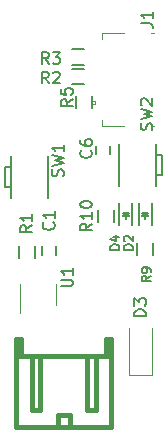
<source format=gto>
G04 #@! TF.FileFunction,Legend,Top*
%FSLAX46Y46*%
G04 Gerber Fmt 4.6, Leading zero omitted, Abs format (unit mm)*
G04 Created by KiCad (PCBNEW 4.0.7) date Wednesday, October 18, 2017 'PMt' 08:17:54 PM*
%MOMM*%
%LPD*%
G01*
G04 APERTURE LIST*
%ADD10C,0.150000*%
%ADD11C,0.120000*%
%ADD12C,0.381000*%
G04 APERTURE END LIST*
D10*
X126273000Y-98787000D02*
X126273000Y-98087000D01*
X127473000Y-98087000D02*
X127473000Y-98787000D01*
X134451000Y-94404000D02*
X134451000Y-96304000D01*
X135551000Y-94404000D02*
X135551000Y-96304000D01*
X135001000Y-95304000D02*
X135001000Y-95754000D01*
X135251000Y-95254000D02*
X134751000Y-95254000D01*
X135001000Y-95254000D02*
X135251000Y-95504000D01*
X135251000Y-95504000D02*
X134751000Y-95504000D01*
X134751000Y-95504000D02*
X135001000Y-95254000D01*
D11*
X133620000Y-108930000D02*
X135620000Y-108930000D01*
X135620000Y-108930000D02*
X135620000Y-105030000D01*
X133620000Y-108930000D02*
X133620000Y-105030000D01*
D10*
X132800000Y-94404000D02*
X132800000Y-96304000D01*
X133900000Y-94404000D02*
X133900000Y-96304000D01*
X133350000Y-95304000D02*
X133350000Y-95754000D01*
X133600000Y-95254000D02*
X133100000Y-95254000D01*
X133350000Y-95254000D02*
X133600000Y-95504000D01*
X133600000Y-95504000D02*
X133100000Y-95504000D01*
X133100000Y-95504000D02*
X133350000Y-95254000D01*
D11*
X131355663Y-87851407D02*
X131355663Y-87401407D01*
X133205663Y-87851407D02*
X131355663Y-87851407D01*
X135755663Y-80051407D02*
X135505663Y-80051407D01*
X135755663Y-87851407D02*
X135505663Y-87851407D01*
X133205663Y-80051407D02*
X131355663Y-80051407D01*
X131355663Y-80051407D02*
X131355663Y-80501407D01*
X130755663Y-86051407D02*
X130455663Y-86051407D01*
X130455663Y-86051407D02*
X130455663Y-85751407D01*
X130455663Y-85751407D02*
X130755663Y-85751407D01*
X130755663Y-85751407D02*
X130755663Y-86051407D01*
D12*
X124096780Y-113393220D02*
X124096780Y-105892600D01*
X132097780Y-105892600D02*
X132097780Y-113393220D01*
X132097780Y-105892600D02*
X131696460Y-105892600D01*
X131897120Y-107393740D02*
X131897120Y-105892600D01*
X131696460Y-105892600D02*
X131696460Y-107393740D01*
X124297440Y-105892600D02*
X124297440Y-107393740D01*
X124498100Y-107393740D02*
X124498100Y-105892600D01*
X124498100Y-105892600D02*
X124096780Y-105892600D01*
X127596900Y-113393220D02*
X127596900Y-112392460D01*
X127596900Y-112392460D02*
X128597660Y-112392460D01*
X128597660Y-112392460D02*
X128597660Y-113393220D01*
X126098300Y-107393740D02*
X126098300Y-111892080D01*
X126098300Y-111892080D02*
X125397260Y-111892080D01*
X125397260Y-111892080D02*
X125397260Y-107393740D01*
X130096260Y-107393740D02*
X130096260Y-111892080D01*
X130096260Y-111892080D02*
X130797300Y-111892080D01*
X130797300Y-111892080D02*
X130797300Y-107393740D01*
X124096780Y-113393220D02*
X132097780Y-113393220D01*
X132097780Y-107393740D02*
X124096780Y-107393740D01*
X126796800Y-113393220D02*
X126497080Y-113393220D01*
D10*
X125643000Y-98052000D02*
X125643000Y-99052000D01*
X124293000Y-99052000D02*
X124293000Y-98052000D01*
X129786000Y-84368000D02*
X128786000Y-84368000D01*
X128786000Y-83018000D02*
X129786000Y-83018000D01*
X129786000Y-82717000D02*
X128786000Y-82717000D01*
X128786000Y-81367000D02*
X129786000Y-81367000D01*
X130469000Y-85352000D02*
X130469000Y-86352000D01*
X129119000Y-86352000D02*
X129119000Y-85352000D01*
X135676000Y-97810000D02*
X135676000Y-98810000D01*
X134326000Y-98810000D02*
X134326000Y-97810000D01*
X132374000Y-95016000D02*
X132374000Y-96016000D01*
X131024000Y-96016000D02*
X131024000Y-95016000D01*
D11*
X127468953Y-103017831D02*
X127468953Y-101257831D01*
X124398953Y-101257831D02*
X124398953Y-103687831D01*
D10*
X130845000Y-90266000D02*
X130845000Y-89566000D01*
X132045000Y-89566000D02*
X132045000Y-90266000D01*
X123672000Y-93052000D02*
X123122000Y-93052000D01*
X123122000Y-93052000D02*
X123122000Y-91352000D01*
X123122000Y-91352000D02*
X123672000Y-91352000D01*
X126772000Y-90452000D02*
X126772000Y-93952000D01*
X123672000Y-93952000D02*
X123672000Y-90452000D01*
X135916000Y-90336000D02*
X136466000Y-90336000D01*
X136466000Y-90336000D02*
X136466000Y-92036000D01*
X136466000Y-92036000D02*
X135916000Y-92036000D01*
X132816000Y-92936000D02*
X132816000Y-89436000D01*
X135916000Y-89436000D02*
X135916000Y-92936000D01*
X127230143Y-96051666D02*
X127277762Y-96099285D01*
X127325381Y-96242142D01*
X127325381Y-96337380D01*
X127277762Y-96480238D01*
X127182524Y-96575476D01*
X127087286Y-96623095D01*
X126896810Y-96670714D01*
X126753952Y-96670714D01*
X126563476Y-96623095D01*
X126468238Y-96575476D01*
X126373000Y-96480238D01*
X126325381Y-96337380D01*
X126325381Y-96242142D01*
X126373000Y-96099285D01*
X126420619Y-96051666D01*
X127325381Y-95099285D02*
X127325381Y-95670714D01*
X127325381Y-95385000D02*
X126325381Y-95385000D01*
X126468238Y-95480238D01*
X126563476Y-95575476D01*
X126611095Y-95670714D01*
X133948714Y-98352428D02*
X133186714Y-98352428D01*
X133186714Y-98171000D01*
X133223000Y-98062143D01*
X133295571Y-97989571D01*
X133368143Y-97953286D01*
X133513286Y-97917000D01*
X133622143Y-97917000D01*
X133767286Y-97953286D01*
X133839857Y-97989571D01*
X133912429Y-98062143D01*
X133948714Y-98171000D01*
X133948714Y-98352428D01*
X133259286Y-97626714D02*
X133223000Y-97590428D01*
X133186714Y-97517857D01*
X133186714Y-97336428D01*
X133223000Y-97263857D01*
X133259286Y-97227571D01*
X133331857Y-97191286D01*
X133404429Y-97191286D01*
X133513286Y-97227571D01*
X133948714Y-97663000D01*
X133948714Y-97191286D01*
X135072381Y-103989095D02*
X134072381Y-103989095D01*
X134072381Y-103751000D01*
X134120000Y-103608142D01*
X134215238Y-103512904D01*
X134310476Y-103465285D01*
X134500952Y-103417666D01*
X134643810Y-103417666D01*
X134834286Y-103465285D01*
X134929524Y-103512904D01*
X135024762Y-103608142D01*
X135072381Y-103751000D01*
X135072381Y-103989095D01*
X134072381Y-103084333D02*
X134072381Y-102465285D01*
X134453333Y-102798619D01*
X134453333Y-102655761D01*
X134500952Y-102560523D01*
X134548571Y-102512904D01*
X134643810Y-102465285D01*
X134881905Y-102465285D01*
X134977143Y-102512904D01*
X135024762Y-102560523D01*
X135072381Y-102655761D01*
X135072381Y-102941476D01*
X135024762Y-103036714D01*
X134977143Y-103084333D01*
X132805714Y-98352428D02*
X132043714Y-98352428D01*
X132043714Y-98171000D01*
X132080000Y-98062143D01*
X132152571Y-97989571D01*
X132225143Y-97953286D01*
X132370286Y-97917000D01*
X132479143Y-97917000D01*
X132624286Y-97953286D01*
X132696857Y-97989571D01*
X132769429Y-98062143D01*
X132805714Y-98171000D01*
X132805714Y-98352428D01*
X132297714Y-97263857D02*
X132805714Y-97263857D01*
X132007429Y-97445286D02*
X132551714Y-97626714D01*
X132551714Y-97155000D01*
X134620844Y-79200333D02*
X135335130Y-79200333D01*
X135477987Y-79247953D01*
X135573225Y-79343191D01*
X135620844Y-79486048D01*
X135620844Y-79581286D01*
X135620844Y-78200333D02*
X135620844Y-78771762D01*
X135620844Y-78486048D02*
X134620844Y-78486048D01*
X134763701Y-78581286D01*
X134858939Y-78676524D01*
X134906558Y-78771762D01*
X125420381Y-96305666D02*
X124944190Y-96639000D01*
X125420381Y-96877095D02*
X124420381Y-96877095D01*
X124420381Y-96496142D01*
X124468000Y-96400904D01*
X124515619Y-96353285D01*
X124610857Y-96305666D01*
X124753714Y-96305666D01*
X124848952Y-96353285D01*
X124896571Y-96400904D01*
X124944190Y-96496142D01*
X124944190Y-96877095D01*
X125420381Y-95353285D02*
X125420381Y-95924714D01*
X125420381Y-95639000D02*
X124420381Y-95639000D01*
X124563238Y-95734238D01*
X124658476Y-95829476D01*
X124706095Y-95924714D01*
X126833334Y-84272381D02*
X126500000Y-83796190D01*
X126261905Y-84272381D02*
X126261905Y-83272381D01*
X126642858Y-83272381D01*
X126738096Y-83320000D01*
X126785715Y-83367619D01*
X126833334Y-83462857D01*
X126833334Y-83605714D01*
X126785715Y-83700952D01*
X126738096Y-83748571D01*
X126642858Y-83796190D01*
X126261905Y-83796190D01*
X127214286Y-83367619D02*
X127261905Y-83320000D01*
X127357143Y-83272381D01*
X127595239Y-83272381D01*
X127690477Y-83320000D01*
X127738096Y-83367619D01*
X127785715Y-83462857D01*
X127785715Y-83558095D01*
X127738096Y-83700952D01*
X127166667Y-84272381D01*
X127785715Y-84272381D01*
X126833334Y-82621381D02*
X126500000Y-82145190D01*
X126261905Y-82621381D02*
X126261905Y-81621381D01*
X126642858Y-81621381D01*
X126738096Y-81669000D01*
X126785715Y-81716619D01*
X126833334Y-81811857D01*
X126833334Y-81954714D01*
X126785715Y-82049952D01*
X126738096Y-82097571D01*
X126642858Y-82145190D01*
X126261905Y-82145190D01*
X127166667Y-81621381D02*
X127785715Y-81621381D01*
X127452381Y-82002333D01*
X127595239Y-82002333D01*
X127690477Y-82049952D01*
X127738096Y-82097571D01*
X127785715Y-82192810D01*
X127785715Y-82430905D01*
X127738096Y-82526143D01*
X127690477Y-82573762D01*
X127595239Y-82621381D01*
X127309524Y-82621381D01*
X127214286Y-82573762D01*
X127166667Y-82526143D01*
X128849381Y-85637666D02*
X128373190Y-85971000D01*
X128849381Y-86209095D02*
X127849381Y-86209095D01*
X127849381Y-85828142D01*
X127897000Y-85732904D01*
X127944619Y-85685285D01*
X128039857Y-85637666D01*
X128182714Y-85637666D01*
X128277952Y-85685285D01*
X128325571Y-85732904D01*
X128373190Y-85828142D01*
X128373190Y-86209095D01*
X127849381Y-84732904D02*
X127849381Y-85209095D01*
X128325571Y-85256714D01*
X128277952Y-85209095D01*
X128230333Y-85113857D01*
X128230333Y-84875761D01*
X128277952Y-84780523D01*
X128325571Y-84732904D01*
X128420810Y-84685285D01*
X128658905Y-84685285D01*
X128754143Y-84732904D01*
X128801762Y-84780523D01*
X128849381Y-84875761D01*
X128849381Y-85113857D01*
X128801762Y-85209095D01*
X128754143Y-85256714D01*
X135472714Y-100584000D02*
X135109857Y-100838000D01*
X135472714Y-101019428D02*
X134710714Y-101019428D01*
X134710714Y-100729143D01*
X134747000Y-100656571D01*
X134783286Y-100620286D01*
X134855857Y-100584000D01*
X134964714Y-100584000D01*
X135037286Y-100620286D01*
X135073571Y-100656571D01*
X135109857Y-100729143D01*
X135109857Y-101019428D01*
X135472714Y-100221143D02*
X135472714Y-100076000D01*
X135436429Y-100003428D01*
X135400143Y-99967143D01*
X135291286Y-99894571D01*
X135146143Y-99858286D01*
X134855857Y-99858286D01*
X134783286Y-99894571D01*
X134747000Y-99930857D01*
X134710714Y-100003428D01*
X134710714Y-100148571D01*
X134747000Y-100221143D01*
X134783286Y-100257428D01*
X134855857Y-100293714D01*
X135037286Y-100293714D01*
X135109857Y-100257428D01*
X135146143Y-100221143D01*
X135182429Y-100148571D01*
X135182429Y-100003428D01*
X135146143Y-99930857D01*
X135109857Y-99894571D01*
X135037286Y-99858286D01*
X130500381Y-96146857D02*
X130024190Y-96480191D01*
X130500381Y-96718286D02*
X129500381Y-96718286D01*
X129500381Y-96337333D01*
X129548000Y-96242095D01*
X129595619Y-96194476D01*
X129690857Y-96146857D01*
X129833714Y-96146857D01*
X129928952Y-96194476D01*
X129976571Y-96242095D01*
X130024190Y-96337333D01*
X130024190Y-96718286D01*
X130500381Y-95194476D02*
X130500381Y-95765905D01*
X130500381Y-95480191D02*
X129500381Y-95480191D01*
X129643238Y-95575429D01*
X129738476Y-95670667D01*
X129786095Y-95765905D01*
X129500381Y-94575429D02*
X129500381Y-94480190D01*
X129548000Y-94384952D01*
X129595619Y-94337333D01*
X129690857Y-94289714D01*
X129881333Y-94242095D01*
X130119429Y-94242095D01*
X130309905Y-94289714D01*
X130405143Y-94337333D01*
X130452762Y-94384952D01*
X130500381Y-94480190D01*
X130500381Y-94575429D01*
X130452762Y-94670667D01*
X130405143Y-94718286D01*
X130309905Y-94765905D01*
X130119429Y-94813524D01*
X129881333Y-94813524D01*
X129690857Y-94765905D01*
X129595619Y-94718286D01*
X129548000Y-94670667D01*
X129500381Y-94575429D01*
X127849381Y-101472905D02*
X128658905Y-101472905D01*
X128754143Y-101425286D01*
X128801762Y-101377667D01*
X128849381Y-101282429D01*
X128849381Y-101091952D01*
X128801762Y-100996714D01*
X128754143Y-100949095D01*
X128658905Y-100901476D01*
X127849381Y-100901476D01*
X128849381Y-99901476D02*
X128849381Y-100472905D01*
X128849381Y-100187191D02*
X127849381Y-100187191D01*
X127992238Y-100282429D01*
X128087476Y-100377667D01*
X128135095Y-100472905D01*
X130405143Y-89955666D02*
X130452762Y-90003285D01*
X130500381Y-90146142D01*
X130500381Y-90241380D01*
X130452762Y-90384238D01*
X130357524Y-90479476D01*
X130262286Y-90527095D01*
X130071810Y-90574714D01*
X129928952Y-90574714D01*
X129738476Y-90527095D01*
X129643238Y-90479476D01*
X129548000Y-90384238D01*
X129500381Y-90241380D01*
X129500381Y-90146142D01*
X129548000Y-90003285D01*
X129595619Y-89955666D01*
X129500381Y-89098523D02*
X129500381Y-89289000D01*
X129548000Y-89384238D01*
X129595619Y-89431857D01*
X129738476Y-89527095D01*
X129928952Y-89574714D01*
X130309905Y-89574714D01*
X130405143Y-89527095D01*
X130452762Y-89479476D01*
X130500381Y-89384238D01*
X130500381Y-89193761D01*
X130452762Y-89098523D01*
X130405143Y-89050904D01*
X130309905Y-89003285D01*
X130071810Y-89003285D01*
X129976571Y-89050904D01*
X129928952Y-89098523D01*
X129881333Y-89193761D01*
X129881333Y-89384238D01*
X129928952Y-89479476D01*
X129976571Y-89527095D01*
X130071810Y-89574714D01*
X128039762Y-92138333D02*
X128087381Y-91995476D01*
X128087381Y-91757380D01*
X128039762Y-91662142D01*
X127992143Y-91614523D01*
X127896905Y-91566904D01*
X127801667Y-91566904D01*
X127706429Y-91614523D01*
X127658810Y-91662142D01*
X127611190Y-91757380D01*
X127563571Y-91947857D01*
X127515952Y-92043095D01*
X127468333Y-92090714D01*
X127373095Y-92138333D01*
X127277857Y-92138333D01*
X127182619Y-92090714D01*
X127135000Y-92043095D01*
X127087381Y-91947857D01*
X127087381Y-91709761D01*
X127135000Y-91566904D01*
X127087381Y-91233571D02*
X128087381Y-90995476D01*
X127373095Y-90804999D01*
X128087381Y-90614523D01*
X127087381Y-90376428D01*
X128087381Y-89471666D02*
X128087381Y-90043095D01*
X128087381Y-89757381D02*
X127087381Y-89757381D01*
X127230238Y-89852619D01*
X127325476Y-89947857D01*
X127373095Y-90043095D01*
X135569762Y-88223333D02*
X135617381Y-88080476D01*
X135617381Y-87842380D01*
X135569762Y-87747142D01*
X135522143Y-87699523D01*
X135426905Y-87651904D01*
X135331667Y-87651904D01*
X135236429Y-87699523D01*
X135188810Y-87747142D01*
X135141190Y-87842380D01*
X135093571Y-88032857D01*
X135045952Y-88128095D01*
X134998333Y-88175714D01*
X134903095Y-88223333D01*
X134807857Y-88223333D01*
X134712619Y-88175714D01*
X134665000Y-88128095D01*
X134617381Y-88032857D01*
X134617381Y-87794761D01*
X134665000Y-87651904D01*
X134617381Y-87318571D02*
X135617381Y-87080476D01*
X134903095Y-86889999D01*
X135617381Y-86699523D01*
X134617381Y-86461428D01*
X134712619Y-86128095D02*
X134665000Y-86080476D01*
X134617381Y-85985238D01*
X134617381Y-85747142D01*
X134665000Y-85651904D01*
X134712619Y-85604285D01*
X134807857Y-85556666D01*
X134903095Y-85556666D01*
X135045952Y-85604285D01*
X135617381Y-86175714D01*
X135617381Y-85556666D01*
M02*

</source>
